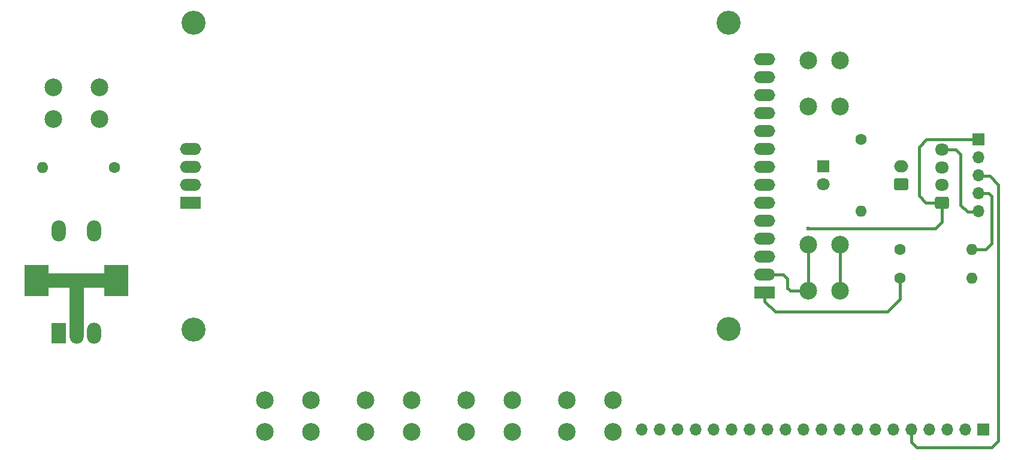
<source format=gbr>
%TF.GenerationSoftware,KiCad,Pcbnew,9.0.4*%
%TF.CreationDate,2025-12-09T23:50:13+01:00*%
%TF.ProjectId,Front Pannel,46726f6e-7420-4506-916e-6e656c2e6b69,rev?*%
%TF.SameCoordinates,Original*%
%TF.FileFunction,Copper,L1,Top*%
%TF.FilePolarity,Positive*%
%FSLAX46Y46*%
G04 Gerber Fmt 4.6, Leading zero omitted, Abs format (unit mm)*
G04 Created by KiCad (PCBNEW 9.0.4) date 2025-12-09 23:50:13*
%MOMM*%
%LPD*%
G01*
G04 APERTURE LIST*
G04 Aperture macros list*
%AMRoundRect*
0 Rectangle with rounded corners*
0 $1 Rounding radius*
0 $2 $3 $4 $5 $6 $7 $8 $9 X,Y pos of 4 corners*
0 Add a 4 corners polygon primitive as box body*
4,1,4,$2,$3,$4,$5,$6,$7,$8,$9,$2,$3,0*
0 Add four circle primitives for the rounded corners*
1,1,$1+$1,$2,$3*
1,1,$1+$1,$4,$5*
1,1,$1+$1,$6,$7*
1,1,$1+$1,$8,$9*
0 Add four rect primitives between the rounded corners*
20,1,$1+$1,$2,$3,$4,$5,0*
20,1,$1+$1,$4,$5,$6,$7,0*
20,1,$1+$1,$6,$7,$8,$9,0*
20,1,$1+$1,$8,$9,$2,$3,0*%
G04 Aperture macros list end*
%TA.AperFunction,ComponentPad*%
%ADD10C,1.600000*%
%TD*%
%TA.AperFunction,ComponentPad*%
%ADD11O,1.600000X1.600000*%
%TD*%
%TA.AperFunction,ComponentPad*%
%ADD12R,1.800000X1.800000*%
%TD*%
%TA.AperFunction,ComponentPad*%
%ADD13C,1.800000*%
%TD*%
%TA.AperFunction,ComponentPad*%
%ADD14C,2.500000*%
%TD*%
%TA.AperFunction,ComponentPad*%
%ADD15R,1.700000X1.700000*%
%TD*%
%TA.AperFunction,ComponentPad*%
%ADD16O,1.700000X1.700000*%
%TD*%
%TA.AperFunction,ComponentPad*%
%ADD17R,2.000000X3.000000*%
%TD*%
%TA.AperFunction,ComponentPad*%
%ADD18O,2.000000X3.000000*%
%TD*%
%TA.AperFunction,ComponentPad*%
%ADD19R,3.500000X4.500000*%
%TD*%
%TA.AperFunction,ComponentPad*%
%ADD20C,3.400000*%
%TD*%
%TA.AperFunction,ComponentPad*%
%ADD21R,3.000000X1.700000*%
%TD*%
%TA.AperFunction,ComponentPad*%
%ADD22O,3.000000X1.700000*%
%TD*%
%TA.AperFunction,ComponentPad*%
%ADD23RoundRect,0.250000X0.750000X-0.600000X0.750000X0.600000X-0.750000X0.600000X-0.750000X-0.600000X0*%
%TD*%
%TA.AperFunction,ComponentPad*%
%ADD24O,2.000000X1.700000*%
%TD*%
%TA.AperFunction,ComponentPad*%
%ADD25RoundRect,0.250000X0.725000X-0.600000X0.725000X0.600000X-0.725000X0.600000X-0.725000X-0.600000X0*%
%TD*%
%TA.AperFunction,ComponentPad*%
%ADD26O,1.950000X1.700000*%
%TD*%
%TA.AperFunction,ViaPad*%
%ADD27C,0.600000*%
%TD*%
%TA.AperFunction,Conductor*%
%ADD28C,0.400000*%
%TD*%
%TA.AperFunction,Conductor*%
%ADD29C,2.000000*%
%TD*%
G04 APERTURE END LIST*
D10*
%TO.P,R3,1*%
%TO.N,+3.3V*%
X193294000Y-100620800D03*
D11*
%TO.P,R3,2*%
%TO.N,CLK*%
X203454000Y-100620800D03*
%TD*%
D12*
%TO.P,D1,1,K*%
%TO.N,Net-(D1-K)*%
X182442000Y-84759800D03*
D13*
%TO.P,D1,2,A*%
%TO.N,Net-(D1-A)*%
X182442000Y-87299800D03*
%TD*%
D14*
%TO.P,SW7,1,1*%
%TO.N,GND*%
X180319000Y-76325800D03*
X180319000Y-69825800D03*
%TO.P,SW7,2,2*%
%TO.N,SW_STEP*%
X184819000Y-76325800D03*
X184819000Y-69825800D03*
%TD*%
%TO.P,SW4,1,1*%
%TO.N,GND*%
X138482400Y-122399000D03*
X131982400Y-122399000D03*
%TO.P,SW4,2,2*%
%TO.N,SW_AGC*%
X138482400Y-117899000D03*
X131982400Y-117899000D03*
%TD*%
D10*
%TO.P,R2,1*%
%TO.N,+3.3V*%
X193294000Y-96570800D03*
D11*
%TO.P,R2,2*%
%TO.N,DT*%
X203454000Y-96570800D03*
%TD*%
D14*
%TO.P,SW3,1,1*%
%TO.N,GND*%
X124258400Y-122399000D03*
X117758400Y-122399000D03*
%TO.P,SW3,2,2*%
%TO.N,SW_MODE*%
X124258400Y-117899000D03*
X117758400Y-117899000D03*
%TD*%
D10*
%TO.P,R1,1*%
%TO.N,Net-(J1-Pin_2)*%
X187801400Y-80949800D03*
D11*
%TO.P,R1,2*%
%TO.N,Net-(D1-A)*%
X187801400Y-91109800D03*
%TD*%
D15*
%TO.P,J3,1,Pin_1*%
%TO.N,GND*%
X204388000Y-81006000D03*
D16*
%TO.P,J3,2,Pin_2*%
%TO.N,+3.3V*%
X204388000Y-83546000D03*
%TO.P,J3,3,Pin_3*%
%TO.N,SW_STEP*%
X204388000Y-86086000D03*
%TO.P,J3,4,Pin_4*%
%TO.N,DT*%
X204388000Y-88626000D03*
%TO.P,J3,5,Pin_5*%
%TO.N,CLK*%
X204388000Y-91166000D03*
%TD*%
D10*
%TO.P,R4,1*%
%TO.N,+3.3V*%
X82245200Y-84988400D03*
D11*
%TO.P,R4,2*%
%TO.N,SW_RTTY_CW*%
X72085200Y-84988400D03*
%TD*%
D17*
%TO.P,SW1,A,A*%
%TO.N,CLK-2*%
X74390400Y-108432600D03*
D18*
%TO.P,SW1,B,B*%
%TO.N,DT-2*%
X79390400Y-108432600D03*
%TO.P,SW1,C,C*%
%TO.N,GND*%
X76890400Y-108432600D03*
D19*
X71290400Y-100932600D03*
X82490400Y-100932600D03*
D18*
%TO.P,SW1,S1,S1*%
%TO.N,unconnected-(SW1-PadS1)*%
X74390400Y-93932600D03*
%TO.P,SW1,S2,S2*%
%TO.N,unconnected-(SW1-PadS2)*%
X79390400Y-93932600D03*
%TD*%
D14*
%TO.P,SW2,1,1*%
%TO.N,GND*%
X110034400Y-122363000D03*
X103534400Y-122363000D03*
%TO.P,SW2,2,2*%
%TO.N,SW_BAND*%
X110034400Y-117863000D03*
X103534400Y-117863000D03*
%TD*%
%TO.P,SW5,1,1*%
%TO.N,GND*%
X152706400Y-122363000D03*
X146206400Y-122363000D03*
%TO.P,SW5,2,2*%
%TO.N,SW_ATT*%
X152706400Y-117863000D03*
X146206400Y-117863000D03*
%TD*%
D20*
%TO.P,U1,*%
%TO.N,*%
X93462200Y-64482200D03*
X93462200Y-107882200D03*
X169062200Y-64482200D03*
X169062200Y-107782200D03*
D21*
%TO.P,U1,1,VCC*%
%TO.N,+3.3V*%
X174162200Y-102652200D03*
D22*
%TO.P,U1,2,GND*%
%TO.N,GND*%
X174162200Y-100112200D03*
%TO.P,U1,3,~{CS}*%
%TO.N,CS*%
X174162200Y-97572200D03*
%TO.P,U1,4,RESET*%
%TO.N,RST*%
X174162200Y-95032200D03*
%TO.P,U1,5,D/~{C}*%
%TO.N,D{slash}C*%
X174162200Y-92492200D03*
%TO.P,U1,6,MOSI*%
%TO.N,MOSI*%
X174162200Y-89952200D03*
%TO.P,U1,7,SCK*%
%TO.N,SCK*%
X174162200Y-87412200D03*
%TO.P,U1,8,LED*%
%TO.N,+3.3V*%
X174162200Y-84872200D03*
%TO.P,U1,9,MISO*%
%TO.N,unconnected-(U1-MISO-Pad9)*%
X174162200Y-82332200D03*
%TO.P,U1,10,T_CLK*%
%TO.N,unconnected-(U1-T_CLK-Pad10)*%
X174162200Y-79792200D03*
%TO.P,U1,11,T_CS*%
%TO.N,unconnected-(U1-T_CS-Pad11)*%
X174162200Y-77252200D03*
%TO.P,U1,12,T_DIN*%
%TO.N,unconnected-(U1-T_DIN-Pad12)*%
X174162200Y-74712200D03*
%TO.P,U1,13,T_OUT*%
%TO.N,unconnected-(U1-T_OUT-Pad13)*%
X174162200Y-72172200D03*
%TO.P,U1,14,T_IRQ*%
%TO.N,unconnected-(U1-T_IRQ-Pad14)*%
X174162200Y-69632200D03*
D21*
%TO.P,U1,15,SD_CS*%
%TO.N,unconnected-(U1-SD_CS-Pad15)*%
X93012200Y-89932200D03*
D22*
%TO.P,U1,16,SD_MOSI*%
%TO.N,unconnected-(U1-SD_MOSI-Pad16)*%
X93012200Y-87392200D03*
%TO.P,U1,17,SD_MISO*%
%TO.N,unconnected-(U1-SD_MISO-Pad17)*%
X93012200Y-84852200D03*
%TO.P,U1,18,SD_SCK*%
%TO.N,unconnected-(U1-SD_SCK-Pad18)*%
X93012200Y-82312200D03*
%TD*%
D14*
%TO.P,SW6,1,1*%
%TO.N,GND*%
X180319000Y-102386200D03*
X180319000Y-95886200D03*
%TO.P,SW6,2,2*%
%TO.N,SW_SCAN*%
X184819000Y-102386200D03*
X184819000Y-95886200D03*
%TD*%
%TO.P,SW8,1,1*%
%TO.N,GND*%
X73640400Y-73574800D03*
X80140400Y-73574800D03*
%TO.P,SW8,2,2*%
%TO.N,SW_RTTY_CW*%
X73640400Y-78074800D03*
X80140400Y-78074800D03*
%TD*%
D23*
%TO.P,J1,1,Pin_1*%
%TO.N,Net-(D1-K)*%
X193395600Y-87325200D03*
D24*
%TO.P,J1,2,Pin_2*%
%TO.N,Net-(J1-Pin_2)*%
X193395600Y-84825200D03*
%TD*%
D15*
%TO.P,J4,1,Pin_1*%
%TO.N,CLK*%
X205022600Y-122047000D03*
D16*
%TO.P,J4,2,Pin_2*%
%TO.N,DT*%
X202482600Y-122047000D03*
%TO.P,J4,3,Pin_3*%
%TO.N,+9V*%
X199942600Y-122047000D03*
%TO.P,J4,4,Pin_4*%
%TO.N,SW_RTTY_CW*%
X197402600Y-122047000D03*
%TO.P,J4,5,Pin_5*%
%TO.N,SW_STEP*%
X194862600Y-122047000D03*
%TO.P,J4,6,Pin_6*%
%TO.N,SW_SCAN*%
X192322600Y-122047000D03*
%TO.P,J4,7,Pin_7*%
%TO.N,+3.3V*%
X189782600Y-122047000D03*
%TO.P,J4,8,Pin_8*%
%TO.N,GND*%
X187242600Y-122047000D03*
%TO.P,J4,9,Pin_9*%
%TO.N,CS*%
X184702600Y-122047000D03*
%TO.P,J4,10,Pin_10*%
%TO.N,RST*%
X182162600Y-122047000D03*
%TO.P,J4,11,Pin_11*%
%TO.N,D{slash}C*%
X179622600Y-122047000D03*
%TO.P,J4,12,Pin_12*%
%TO.N,MOSI*%
X177082600Y-122047000D03*
%TO.P,J4,13,Pin_13*%
%TO.N,SCK*%
X174542600Y-122047000D03*
%TO.P,J4,14,Pin_14*%
%TO.N,SW_BAND*%
X172002600Y-122047000D03*
%TO.P,J4,15,Pin_15*%
%TO.N,SW_MODE*%
X169462600Y-122047000D03*
%TO.P,J4,16,Pin_16*%
%TO.N,SW_AGC*%
X166922600Y-122047000D03*
%TO.P,J4,17,Pin_17*%
%TO.N,SW_ATT*%
X164382600Y-122047000D03*
%TO.P,J4,18,Pin_18*%
%TO.N,GND*%
X161842600Y-122047000D03*
%TO.P,J4,19,Pin_19*%
%TO.N,CLK-2*%
X159302600Y-122047000D03*
%TO.P,J4,20,Pin_20*%
%TO.N,DT-2*%
X156762600Y-122047000D03*
%TD*%
D25*
%TO.P,J2,1,Pin_1*%
%TO.N,GND*%
X199180600Y-89941400D03*
D26*
%TO.P,J2,2,Pin_2*%
%TO.N,+9V*%
X199180600Y-87441400D03*
%TO.P,J2,3,Pin_3*%
%TO.N,DT*%
X199180600Y-84941400D03*
%TO.P,J2,4,Pin_4*%
%TO.N,CLK*%
X199180600Y-82441400D03*
%TD*%
D27*
%TO.N,GND*%
X180319000Y-93599000D03*
%TD*%
D28*
%TO.N,GND*%
X177438200Y-102031800D02*
X177792600Y-102386200D01*
X177387400Y-100736400D02*
X177387400Y-102031800D01*
X177792600Y-102386200D02*
X180319000Y-102386200D01*
X195935600Y-82067400D02*
X195935600Y-88950800D01*
X199180600Y-92665400D02*
X199180600Y-89941400D01*
X204337200Y-81056800D02*
X204270800Y-80990400D01*
X197012600Y-80990400D02*
X195935600Y-82067400D01*
X177387400Y-102031800D02*
X177438200Y-102031800D01*
X180319000Y-95886200D02*
X180319000Y-102386200D01*
X176763200Y-100112200D02*
X177387400Y-100736400D01*
D29*
X71290400Y-100932600D02*
X77165200Y-100932600D01*
D28*
X196926200Y-89941400D02*
X199180600Y-89941400D01*
X174162200Y-100112200D02*
X176763200Y-100112200D01*
X198247000Y-93599000D02*
X199180600Y-92665400D01*
D29*
X77165200Y-100932600D02*
X82490400Y-100932600D01*
D28*
X204270800Y-80990400D02*
X197012600Y-80990400D01*
X195935600Y-88950800D02*
X196926200Y-89941400D01*
D29*
X76890400Y-101207400D02*
X76890400Y-108432600D01*
D28*
X180319000Y-93599000D02*
X198247000Y-93599000D01*
D29*
X77165200Y-100932600D02*
X76890400Y-101207400D01*
D28*
%TO.N,SW_STEP*%
X195675400Y-124612400D02*
X194862600Y-123799600D01*
X204337200Y-86136800D02*
X205923200Y-86136800D01*
X207162400Y-87376000D02*
X207162400Y-123647200D01*
X207162400Y-123647200D02*
X206197200Y-124612400D01*
X194862600Y-123799600D02*
X194862600Y-122047000D01*
X205923200Y-86136800D02*
X207162400Y-87376000D01*
X206197200Y-124612400D02*
X195675400Y-124612400D01*
%TO.N,SW_SCAN*%
X184819000Y-102386200D02*
X184819000Y-95886200D01*
%TO.N,+3.3V*%
X191516000Y-105359200D02*
X175615600Y-105359200D01*
X175615600Y-105359200D02*
X174162200Y-103905800D01*
X193294000Y-103581200D02*
X191516000Y-105359200D01*
X174162200Y-103905800D02*
X174162200Y-102652200D01*
X193294000Y-100620800D02*
X193294000Y-103581200D01*
%TO.N,CLK*%
X204317200Y-91236800D02*
X204337200Y-91216800D01*
X201828400Y-83108800D02*
X201828400Y-90271600D01*
X202793600Y-91236800D02*
X204317200Y-91236800D01*
X201828400Y-90271600D02*
X202793600Y-91236800D01*
X199180600Y-82441400D02*
X201161000Y-82441400D01*
X201161000Y-82441400D02*
X201828400Y-83108800D01*
%TO.N,DT*%
X205821600Y-88626000D02*
X204388000Y-88626000D01*
X206248000Y-89052400D02*
X205821600Y-88626000D01*
X206248000Y-95707200D02*
X206248000Y-89052400D01*
X203454000Y-96570800D02*
X205384400Y-96570800D01*
X205384400Y-96570800D02*
X206248000Y-95707200D01*
%TD*%
M02*

</source>
